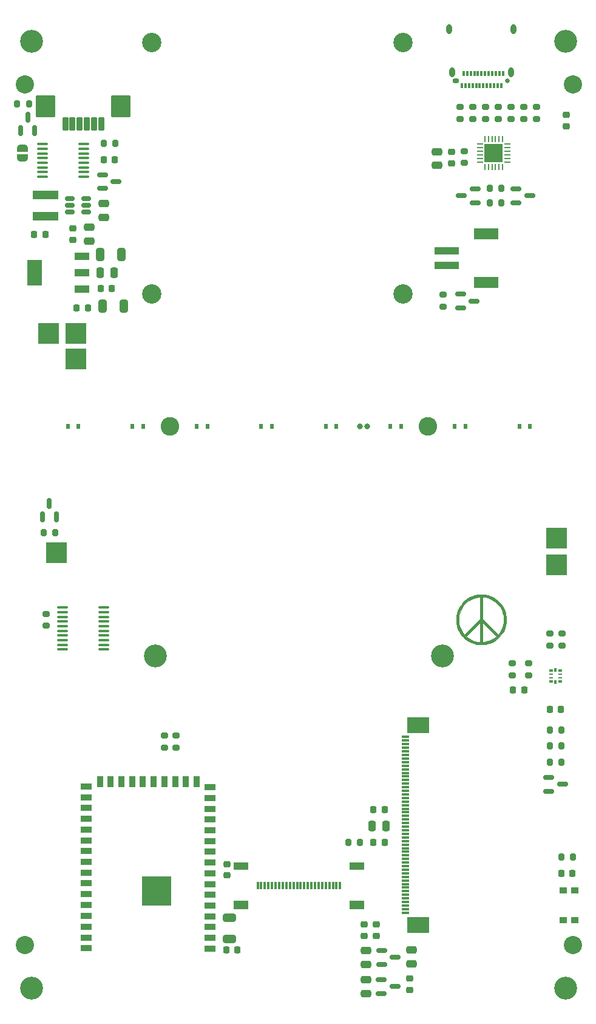
<source format=gbr>
G04 #@! TF.GenerationSoftware,KiCad,Pcbnew,6.0.11-2627ca5db0~126~ubuntu22.04.1*
G04 #@! TF.CreationDate,2025-05-27T11:10:10+02:00*
G04 #@! TF.ProjectId,qPocketPCR_Main,71506f63-6b65-4745-9043-525f4d61696e,rev?*
G04 #@! TF.SameCoordinates,Original*
G04 #@! TF.FileFunction,Soldermask,Top*
G04 #@! TF.FilePolarity,Negative*
%FSLAX46Y46*%
G04 Gerber Fmt 4.6, Leading zero omitted, Abs format (unit mm)*
G04 Created by KiCad (PCBNEW 6.0.11-2627ca5db0~126~ubuntu22.04.1) date 2025-05-27 11:10:10*
%MOMM*%
%LPD*%
G01*
G04 APERTURE LIST*
G04 Aperture macros list*
%AMRoundRect*
0 Rectangle with rounded corners*
0 $1 Rounding radius*
0 $2 $3 $4 $5 $6 $7 $8 $9 X,Y pos of 4 corners*
0 Add a 4 corners polygon primitive as box body*
4,1,4,$2,$3,$4,$5,$6,$7,$8,$9,$2,$3,0*
0 Add four circle primitives for the rounded corners*
1,1,$1+$1,$2,$3*
1,1,$1+$1,$4,$5*
1,1,$1+$1,$6,$7*
1,1,$1+$1,$8,$9*
0 Add four rect primitives between the rounded corners*
20,1,$1+$1,$2,$3,$4,$5,0*
20,1,$1+$1,$4,$5,$6,$7,0*
20,1,$1+$1,$6,$7,$8,$9,0*
20,1,$1+$1,$8,$9,$2,$3,0*%
%AMFreePoly0*
4,1,22,0.500000,-0.750000,0.000000,-0.750000,0.000000,-0.745033,-0.079941,-0.743568,-0.215256,-0.701293,-0.333266,-0.622738,-0.424486,-0.514219,-0.481581,-0.384460,-0.499164,-0.250000,-0.500000,-0.250000,-0.500000,0.250000,-0.499164,0.250000,-0.499963,0.256109,-0.478152,0.396186,-0.417904,0.524511,-0.324060,0.630769,-0.204165,0.706417,-0.067858,0.745374,0.000000,0.744959,0.000000,0.750000,
0.500000,0.750000,0.500000,-0.750000,0.500000,-0.750000,$1*%
%AMFreePoly1*
4,1,20,0.000000,0.744959,0.073905,0.744508,0.209726,0.703889,0.328688,0.626782,0.421226,0.519385,0.479903,0.390333,0.500000,0.250000,0.500000,-0.250000,0.499851,-0.262216,0.476331,-0.402017,0.414519,-0.529596,0.319384,-0.634700,0.198574,-0.708877,0.061801,-0.746166,0.000000,-0.745033,0.000000,-0.750000,-0.500000,-0.750000,-0.500000,0.750000,0.000000,0.750000,0.000000,0.744959,
0.000000,0.744959,$1*%
G04 Aperture macros list end*
%ADD10C,0.010000*%
%ADD11R,2.000000X1.300000*%
%ADD12R,0.300000X1.000000*%
%ADD13C,0.650000*%
%ADD14O,0.950000X0.650000*%
%ADD15R,0.300000X0.700000*%
%ADD16O,0.800000X1.400000*%
%ADD17R,1.100000X0.300000*%
%ADD18R,3.100000X2.300000*%
%ADD19RoundRect,0.150000X-0.587500X-0.150000X0.587500X-0.150000X0.587500X0.150000X-0.587500X0.150000X0*%
%ADD20R,0.500000X0.800000*%
%ADD21RoundRect,0.200000X-0.200000X-0.275000X0.200000X-0.275000X0.200000X0.275000X-0.200000X0.275000X0*%
%ADD22RoundRect,0.200000X0.275000X-0.200000X0.275000X0.200000X-0.275000X0.200000X-0.275000X-0.200000X0*%
%ADD23RoundRect,0.200000X0.200000X0.275000X-0.200000X0.275000X-0.200000X-0.275000X0.200000X-0.275000X0*%
%ADD24RoundRect,0.200000X-0.275000X0.200000X-0.275000X-0.200000X0.275000X-0.200000X0.275000X0.200000X0*%
%ADD25C,3.200000*%
%ADD26C,2.540000*%
%ADD27RoundRect,0.250000X-0.325000X-0.650000X0.325000X-0.650000X0.325000X0.650000X-0.325000X0.650000X0*%
%ADD28RoundRect,0.225000X-0.225000X-0.250000X0.225000X-0.250000X0.225000X0.250000X-0.225000X0.250000X0*%
%ADD29RoundRect,0.225000X-0.250000X0.225000X-0.250000X-0.225000X0.250000X-0.225000X0.250000X0.225000X0*%
%ADD30RoundRect,0.250000X-0.250000X-0.475000X0.250000X-0.475000X0.250000X0.475000X-0.250000X0.475000X0*%
%ADD31RoundRect,0.250000X0.475000X-0.250000X0.475000X0.250000X-0.475000X0.250000X-0.475000X-0.250000X0*%
%ADD32RoundRect,0.225000X0.225000X0.250000X-0.225000X0.250000X-0.225000X-0.250000X0.225000X-0.250000X0*%
%ADD33RoundRect,0.250000X-0.475000X0.250000X-0.475000X-0.250000X0.475000X-0.250000X0.475000X0.250000X0*%
%ADD34RoundRect,0.150000X0.150000X-0.587500X0.150000X0.587500X-0.150000X0.587500X-0.150000X-0.587500X0*%
%ADD35R,3.400000X1.500000*%
%ADD36R,3.500000X1.000000*%
%ADD37RoundRect,0.218750X0.256250X-0.218750X0.256250X0.218750X-0.256250X0.218750X-0.256250X-0.218750X0*%
%ADD38RoundRect,0.150000X0.587500X0.150000X-0.587500X0.150000X-0.587500X-0.150000X0.587500X-0.150000X0*%
%ADD39FreePoly0,90.000000*%
%ADD40FreePoly1,90.000000*%
%ADD41R,1.000000X0.900000*%
%ADD42R,3.000000X3.000000*%
%ADD43C,2.600000*%
%ADD44C,0.800000*%
%ADD45R,2.000000X1.000000*%
%ADD46RoundRect,0.250000X0.650000X-0.325000X0.650000X0.325000X-0.650000X0.325000X-0.650000X-0.325000X0*%
%ADD47RoundRect,0.100000X0.637500X0.100000X-0.637500X0.100000X-0.637500X-0.100000X0.637500X-0.100000X0*%
%ADD48R,1.500000X0.900000*%
%ADD49R,0.900000X1.500000*%
%ADD50R,4.100000X4.100000*%
%ADD51R,2.032000X1.016000*%
%ADD52R,2.032000X3.657600*%
%ADD53RoundRect,0.150000X0.512500X0.150000X-0.512500X0.150000X-0.512500X-0.150000X0.512500X-0.150000X0*%
%ADD54RoundRect,0.062500X-0.062500X0.350000X-0.062500X-0.350000X0.062500X-0.350000X0.062500X0.350000X0*%
%ADD55RoundRect,0.062500X-0.350000X0.062500X-0.350000X-0.062500X0.350000X-0.062500X0.350000X0.062500X0*%
%ADD56R,2.600000X2.600000*%
%ADD57R,0.575000X0.300000*%
%ADD58R,0.575000X0.250000*%
%ADD59R,0.350000X0.630000*%
%ADD60R,3.600000X1.150000*%
%ADD61RoundRect,0.102000X0.300000X0.850000X-0.300000X0.850000X-0.300000X-0.850000X0.300000X-0.850000X0*%
%ADD62RoundRect,0.102000X1.250000X1.400000X-1.250000X1.400000X-1.250000X-1.400000X1.250000X-1.400000X0*%
%ADD63RoundRect,0.100000X-0.637500X-0.100000X0.637500X-0.100000X0.637500X0.100000X-0.637500X0.100000X0*%
%ADD64C,2.700000*%
G04 APERTURE END LIST*
G36*
X122603726Y-116646801D02*
G01*
X122513591Y-116515565D01*
X122326523Y-116193256D01*
X122177958Y-115857590D01*
X122067404Y-115511688D01*
X121994368Y-115158668D01*
X121958357Y-114801652D01*
X121958734Y-114544029D01*
X122281910Y-114544029D01*
X122293571Y-114887511D01*
X122342818Y-115229619D01*
X122428151Y-115565069D01*
X122548069Y-115888576D01*
X122701073Y-116194853D01*
X122885662Y-116478616D01*
X122993787Y-116615704D01*
X123089055Y-116728759D01*
X124186436Y-115631531D01*
X125283817Y-114534302D01*
X125283817Y-114533998D01*
X125601317Y-114533998D01*
X127792067Y-116726906D01*
X127874078Y-116635944D01*
X127926836Y-116572609D01*
X127989639Y-116490250D01*
X128049804Y-116405561D01*
X128055720Y-116396816D01*
X128243528Y-116080943D01*
X128392470Y-115751386D01*
X128502213Y-115411137D01*
X128572425Y-115063185D01*
X128602773Y-114710523D01*
X128592924Y-114356140D01*
X128542546Y-114003028D01*
X128451306Y-113654177D01*
X128382186Y-113461662D01*
X128228618Y-113129098D01*
X128041755Y-112821298D01*
X127823829Y-112540011D01*
X127577073Y-112286984D01*
X127303722Y-112063964D01*
X127006008Y-111872699D01*
X126686164Y-111714937D01*
X126346424Y-111592425D01*
X125989022Y-111506911D01*
X125856924Y-111485585D01*
X125764156Y-111472695D01*
X125687067Y-111462400D01*
X125635237Y-111455954D01*
X125618799Y-111454399D01*
X125615948Y-111475012D01*
X125613241Y-111534636D01*
X125610717Y-111629947D01*
X125608413Y-111757625D01*
X125606366Y-111914346D01*
X125604615Y-112096787D01*
X125603197Y-112301627D01*
X125602150Y-112525543D01*
X125601511Y-112765212D01*
X125601317Y-112994199D01*
X125601317Y-114533998D01*
X125283817Y-114533998D01*
X125283817Y-112994199D01*
X125283583Y-112743221D01*
X125282906Y-112504821D01*
X125281824Y-112282473D01*
X125280374Y-112079499D01*
X125278595Y-111899222D01*
X125276524Y-111744965D01*
X125274199Y-111620048D01*
X125271657Y-111527795D01*
X125268936Y-111471528D01*
X125266335Y-111454399D01*
X125239262Y-111457204D01*
X125179867Y-111464783D01*
X125097731Y-111475882D01*
X125028210Y-111485585D01*
X124665054Y-111557382D01*
X124319680Y-111666442D01*
X123994120Y-111810732D01*
X123690406Y-111988220D01*
X123410571Y-112196874D01*
X123156646Y-112434662D01*
X122930663Y-112699552D01*
X122734654Y-112989511D01*
X122570653Y-113302509D01*
X122440690Y-113636511D01*
X122346798Y-113989487D01*
X122309336Y-114204459D01*
X122281910Y-114544029D01*
X121958734Y-114544029D01*
X121958881Y-114443759D01*
X121995445Y-114088108D01*
X122067558Y-113737820D01*
X122174727Y-113396014D01*
X122316460Y-113065809D01*
X122492264Y-112750327D01*
X122701647Y-112452686D01*
X122944117Y-112176006D01*
X123219181Y-111923408D01*
X123241234Y-111905422D01*
X123546985Y-111684537D01*
X123870113Y-111500661D01*
X124207439Y-111353795D01*
X124555786Y-111243937D01*
X124911977Y-111171088D01*
X125272833Y-111135249D01*
X125635178Y-111136418D01*
X125995833Y-111174596D01*
X126351622Y-111249783D01*
X126699367Y-111361979D01*
X127035890Y-111511184D01*
X127358014Y-111697398D01*
X127643900Y-111905422D01*
X127919442Y-112155120D01*
X128167039Y-112434547D01*
X128384193Y-112739598D01*
X128568404Y-113066168D01*
X128717173Y-113410153D01*
X128828000Y-113767448D01*
X128858429Y-113899985D01*
X128915829Y-114274704D01*
X128932677Y-114645936D01*
X128910589Y-115011205D01*
X128851183Y-115368032D01*
X128756076Y-115713936D01*
X128626885Y-116046441D01*
X128465229Y-116363067D01*
X128272724Y-116661335D01*
X128050989Y-116938768D01*
X127801639Y-117192885D01*
X127526294Y-117421208D01*
X127226569Y-117621259D01*
X126904083Y-117790559D01*
X126560453Y-117926629D01*
X126197297Y-118026991D01*
X126160300Y-118034899D01*
X126085226Y-118048394D01*
X125987149Y-118062986D01*
X125874787Y-118077722D01*
X125756855Y-118091648D01*
X125642072Y-118103811D01*
X125539154Y-118113256D01*
X125456819Y-118119031D01*
X125403784Y-118120183D01*
X125391868Y-118118954D01*
X125366696Y-118116109D01*
X125308709Y-118110731D01*
X125227293Y-118103666D01*
X125156817Y-118097793D01*
X124774978Y-118045858D01*
X124406951Y-117954485D01*
X124054787Y-117824900D01*
X123720538Y-117658333D01*
X123406256Y-117456011D01*
X123113992Y-117219163D01*
X122864958Y-116968316D01*
X123334466Y-116968316D01*
X123425433Y-117050327D01*
X123599788Y-117189068D01*
X123806571Y-117322718D01*
X124035880Y-117446197D01*
X124277808Y-117554426D01*
X124522453Y-117642325D01*
X124652631Y-117679661D01*
X124758583Y-117704423D01*
X124882399Y-117729212D01*
X125010075Y-117751608D01*
X125127604Y-117769188D01*
X125220981Y-117779531D01*
X125236192Y-117780556D01*
X125283817Y-117783233D01*
X125283817Y-116402194D01*
X125601317Y-116402194D01*
X125601577Y-116639704D01*
X125602329Y-116864298D01*
X125603528Y-117072468D01*
X125605130Y-117260706D01*
X125607090Y-117425504D01*
X125609364Y-117563353D01*
X125611907Y-117670745D01*
X125614675Y-117744172D01*
X125617624Y-117780125D01*
X125618799Y-117783233D01*
X125645872Y-117780427D01*
X125705266Y-117772848D01*
X125787403Y-117761750D01*
X125856924Y-117752047D01*
X126161649Y-117693611D01*
X126462237Y-117606481D01*
X126751326Y-117493881D01*
X127021549Y-117359036D01*
X127265543Y-117205171D01*
X127459701Y-117050327D01*
X127550668Y-116968316D01*
X126575992Y-115994735D01*
X125601317Y-115021155D01*
X125601317Y-116402194D01*
X125283817Y-116402194D01*
X125283817Y-115021155D01*
X124309141Y-115994735D01*
X123334466Y-116968316D01*
X122864958Y-116968316D01*
X122845798Y-116949017D01*
X122603726Y-116646801D01*
G37*
D10*
X122603726Y-116646801D02*
X122513591Y-116515565D01*
X122326523Y-116193256D01*
X122177958Y-115857590D01*
X122067404Y-115511688D01*
X121994368Y-115158668D01*
X121958357Y-114801652D01*
X121958734Y-114544029D01*
X122281910Y-114544029D01*
X122293571Y-114887511D01*
X122342818Y-115229619D01*
X122428151Y-115565069D01*
X122548069Y-115888576D01*
X122701073Y-116194853D01*
X122885662Y-116478616D01*
X122993787Y-116615704D01*
X123089055Y-116728759D01*
X124186436Y-115631531D01*
X125283817Y-114534302D01*
X125283817Y-114533998D01*
X125601317Y-114533998D01*
X127792067Y-116726906D01*
X127874078Y-116635944D01*
X127926836Y-116572609D01*
X127989639Y-116490250D01*
X128049804Y-116405561D01*
X128055720Y-116396816D01*
X128243528Y-116080943D01*
X128392470Y-115751386D01*
X128502213Y-115411137D01*
X128572425Y-115063185D01*
X128602773Y-114710523D01*
X128592924Y-114356140D01*
X128542546Y-114003028D01*
X128451306Y-113654177D01*
X128382186Y-113461662D01*
X128228618Y-113129098D01*
X128041755Y-112821298D01*
X127823829Y-112540011D01*
X127577073Y-112286984D01*
X127303722Y-112063964D01*
X127006008Y-111872699D01*
X126686164Y-111714937D01*
X126346424Y-111592425D01*
X125989022Y-111506911D01*
X125856924Y-111485585D01*
X125764156Y-111472695D01*
X125687067Y-111462400D01*
X125635237Y-111455954D01*
X125618799Y-111454399D01*
X125615948Y-111475012D01*
X125613241Y-111534636D01*
X125610717Y-111629947D01*
X125608413Y-111757625D01*
X125606366Y-111914346D01*
X125604615Y-112096787D01*
X125603197Y-112301627D01*
X125602150Y-112525543D01*
X125601511Y-112765212D01*
X125601317Y-112994199D01*
X125601317Y-114533998D01*
X125283817Y-114533998D01*
X125283817Y-112994199D01*
X125283583Y-112743221D01*
X125282906Y-112504821D01*
X125281824Y-112282473D01*
X125280374Y-112079499D01*
X125278595Y-111899222D01*
X125276524Y-111744965D01*
X125274199Y-111620048D01*
X125271657Y-111527795D01*
X125268936Y-111471528D01*
X125266335Y-111454399D01*
X125239262Y-111457204D01*
X125179867Y-111464783D01*
X125097731Y-111475882D01*
X125028210Y-111485585D01*
X124665054Y-111557382D01*
X124319680Y-111666442D01*
X123994120Y-111810732D01*
X123690406Y-111988220D01*
X123410571Y-112196874D01*
X123156646Y-112434662D01*
X122930663Y-112699552D01*
X122734654Y-112989511D01*
X122570653Y-113302509D01*
X122440690Y-113636511D01*
X122346798Y-113989487D01*
X122309336Y-114204459D01*
X122281910Y-114544029D01*
X121958734Y-114544029D01*
X121958881Y-114443759D01*
X121995445Y-114088108D01*
X122067558Y-113737820D01*
X122174727Y-113396014D01*
X122316460Y-113065809D01*
X122492264Y-112750327D01*
X122701647Y-112452686D01*
X122944117Y-112176006D01*
X123219181Y-111923408D01*
X123241234Y-111905422D01*
X123546985Y-111684537D01*
X123870113Y-111500661D01*
X124207439Y-111353795D01*
X124555786Y-111243937D01*
X124911977Y-111171088D01*
X125272833Y-111135249D01*
X125635178Y-111136418D01*
X125995833Y-111174596D01*
X126351622Y-111249783D01*
X126699367Y-111361979D01*
X127035890Y-111511184D01*
X127358014Y-111697398D01*
X127643900Y-111905422D01*
X127919442Y-112155120D01*
X128167039Y-112434547D01*
X128384193Y-112739598D01*
X128568404Y-113066168D01*
X128717173Y-113410153D01*
X128828000Y-113767448D01*
X128858429Y-113899985D01*
X128915829Y-114274704D01*
X128932677Y-114645936D01*
X128910589Y-115011205D01*
X128851183Y-115368032D01*
X128756076Y-115713936D01*
X128626885Y-116046441D01*
X128465229Y-116363067D01*
X128272724Y-116661335D01*
X128050989Y-116938768D01*
X127801639Y-117192885D01*
X127526294Y-117421208D01*
X127226569Y-117621259D01*
X126904083Y-117790559D01*
X126560453Y-117926629D01*
X126197297Y-118026991D01*
X126160300Y-118034899D01*
X126085226Y-118048394D01*
X125987149Y-118062986D01*
X125874787Y-118077722D01*
X125756855Y-118091648D01*
X125642072Y-118103811D01*
X125539154Y-118113256D01*
X125456819Y-118119031D01*
X125403784Y-118120183D01*
X125391868Y-118118954D01*
X125366696Y-118116109D01*
X125308709Y-118110731D01*
X125227293Y-118103666D01*
X125156817Y-118097793D01*
X124774978Y-118045858D01*
X124406951Y-117954485D01*
X124054787Y-117824900D01*
X123720538Y-117658333D01*
X123406256Y-117456011D01*
X123113992Y-117219163D01*
X122864958Y-116968316D01*
X123334466Y-116968316D01*
X123425433Y-117050327D01*
X123599788Y-117189068D01*
X123806571Y-117322718D01*
X124035880Y-117446197D01*
X124277808Y-117554426D01*
X124522453Y-117642325D01*
X124652631Y-117679661D01*
X124758583Y-117704423D01*
X124882399Y-117729212D01*
X125010075Y-117751608D01*
X125127604Y-117769188D01*
X125220981Y-117779531D01*
X125236192Y-117780556D01*
X125283817Y-117783233D01*
X125283817Y-116402194D01*
X125601317Y-116402194D01*
X125601577Y-116639704D01*
X125602329Y-116864298D01*
X125603528Y-117072468D01*
X125605130Y-117260706D01*
X125607090Y-117425504D01*
X125609364Y-117563353D01*
X125611907Y-117670745D01*
X125614675Y-117744172D01*
X125617624Y-117780125D01*
X125618799Y-117783233D01*
X125645872Y-117780427D01*
X125705266Y-117772848D01*
X125787403Y-117761750D01*
X125856924Y-117752047D01*
X126161649Y-117693611D01*
X126462237Y-117606481D01*
X126751326Y-117493881D01*
X127021549Y-117359036D01*
X127265543Y-117205171D01*
X127459701Y-117050327D01*
X127550668Y-116968316D01*
X126575992Y-115994735D01*
X125601317Y-115021155D01*
X125601317Y-116402194D01*
X125283817Y-116402194D01*
X125283817Y-115021155D01*
X124309141Y-115994735D01*
X123334466Y-116968316D01*
X122864958Y-116968316D01*
X122845798Y-116949017D01*
X122603726Y-116646801D01*
D11*
X108050000Y-154389000D03*
X91950000Y-154389000D03*
D12*
X105750000Y-151689000D03*
X105250000Y-151689000D03*
X104750000Y-151689000D03*
X104250000Y-151689000D03*
X103750000Y-151689000D03*
X103250000Y-151689000D03*
X102750000Y-151689000D03*
X102250000Y-151689000D03*
X101750000Y-151689000D03*
X101250000Y-151689000D03*
X100750000Y-151689000D03*
X100250000Y-151689000D03*
X99750000Y-151689000D03*
X99250000Y-151689000D03*
X98750000Y-151689000D03*
X98250000Y-151689000D03*
X97750000Y-151689000D03*
X97250000Y-151689000D03*
X96750000Y-151689000D03*
X96250000Y-151689000D03*
X95750000Y-151689000D03*
X95250000Y-151689000D03*
X94750000Y-151689000D03*
X94250000Y-151689000D03*
D13*
X129080000Y-39550000D03*
D14*
X121880000Y-39550000D03*
D15*
X128230000Y-40210000D03*
X127730000Y-40210000D03*
X127230000Y-40210000D03*
X126730000Y-40210000D03*
X126230000Y-40210000D03*
X125730000Y-40210000D03*
X125230000Y-40210000D03*
X124730000Y-40210000D03*
X124230000Y-40210000D03*
X123730000Y-40210000D03*
X123230000Y-40210000D03*
X122730000Y-40210000D03*
X122980000Y-38510000D03*
X123480000Y-38510000D03*
X123980000Y-38510000D03*
X124480000Y-38510000D03*
X124980000Y-38510000D03*
X125480000Y-38510000D03*
X125980000Y-38510000D03*
X126480000Y-38510000D03*
X126980000Y-38510000D03*
X127480000Y-38510000D03*
X127980000Y-38510000D03*
X128480000Y-38510000D03*
D16*
X120990000Y-32350000D03*
X121350000Y-38300000D03*
X129610000Y-38300000D03*
X129970000Y-32350000D03*
D17*
X114900000Y-130990000D03*
X114900000Y-131490000D03*
X114900000Y-131990000D03*
X114900000Y-132490000D03*
X114900000Y-132990000D03*
X114900000Y-133490000D03*
X114900000Y-133990000D03*
X114900000Y-134490000D03*
X114900000Y-134990000D03*
X114900000Y-135490000D03*
X114900000Y-135990000D03*
X114900000Y-136490000D03*
X114900000Y-136990000D03*
X114900000Y-137490000D03*
X114900000Y-137990000D03*
X114900000Y-138490000D03*
X114900000Y-138990000D03*
X114900000Y-139490000D03*
X114900000Y-139990000D03*
X114900000Y-140490000D03*
X114900000Y-140990000D03*
X114900000Y-141490000D03*
X114900000Y-141990000D03*
X114900000Y-142490000D03*
X114900000Y-142990000D03*
X114900000Y-143490000D03*
X114900000Y-143990000D03*
X114900000Y-144490000D03*
X114900000Y-144990000D03*
X114900000Y-145490000D03*
X114900000Y-145990000D03*
X114900000Y-146490000D03*
X114900000Y-146990000D03*
X114900000Y-147490000D03*
X114900000Y-147990000D03*
X114900000Y-148490000D03*
X114900000Y-148990000D03*
X114900000Y-149490000D03*
X114900000Y-149990000D03*
X114900000Y-150490000D03*
X114900000Y-150990000D03*
X114900000Y-151490000D03*
X114900000Y-151990000D03*
X114900000Y-152490000D03*
X114900000Y-152990000D03*
X114900000Y-153490000D03*
X114900000Y-153990000D03*
X114900000Y-154490000D03*
X114900000Y-154990000D03*
X114900000Y-155490000D03*
D18*
X116600000Y-157160000D03*
X116600000Y-129320000D03*
D19*
X111508500Y-164833500D03*
X111508500Y-166733500D03*
X113383500Y-165783500D03*
D20*
X69250000Y-87698074D03*
X67750000Y-87698074D03*
X78250000Y-87698074D03*
X76750000Y-87698074D03*
X87250000Y-87698074D03*
X85750000Y-87698074D03*
X96250000Y-87698074D03*
X94750000Y-87698074D03*
X105250000Y-87698074D03*
X103750000Y-87698074D03*
X123250000Y-87698074D03*
X121750000Y-87698074D03*
X114250000Y-87698074D03*
X112750000Y-87698074D03*
D21*
X106896600Y-145720000D03*
X108546600Y-145720000D03*
D22*
X82880400Y-132461200D03*
X82880400Y-130811200D03*
X133147000Y-44818000D03*
X133147000Y-43168000D03*
D23*
X136639000Y-130025001D03*
X134989000Y-130025001D03*
X136639000Y-132258000D03*
X134989000Y-132258000D03*
X136639000Y-134544000D03*
X134989000Y-134544000D03*
D24*
X124257000Y-43168000D03*
X124257000Y-44818000D03*
D22*
X131369000Y-44818000D03*
X131369000Y-43168000D03*
D21*
X72747234Y-48269483D03*
X74397234Y-48269483D03*
D24*
X129591000Y-43168000D03*
X129591000Y-44818000D03*
D19*
X111524500Y-160769500D03*
X111524500Y-162669500D03*
X113399500Y-161719500D03*
D25*
X62750000Y-34000000D03*
X137250000Y-34000000D03*
X62750000Y-166000000D03*
X137250000Y-166000000D03*
X79967671Y-119703353D03*
X120003581Y-119703353D03*
D24*
X129768800Y-120726400D03*
X129768800Y-122376400D03*
X132054800Y-120726400D03*
X132054800Y-122376400D03*
D26*
X61750000Y-40000000D03*
X138250000Y-40000000D03*
X138250000Y-160000000D03*
X61750000Y-160000000D03*
D27*
X72284984Y-63751733D03*
X75234984Y-63751733D03*
D28*
X89877800Y-160706000D03*
X91427800Y-160706000D03*
D29*
X115494000Y-164676000D03*
X115494000Y-166226000D03*
D30*
X72301984Y-66291733D03*
X74201984Y-66291733D03*
D28*
X63078984Y-60954483D03*
X64628984Y-60954483D03*
D29*
X89992400Y-148704200D03*
X89992400Y-150254200D03*
D31*
X115684500Y-162606000D03*
X115684500Y-160706000D03*
X109398000Y-162672000D03*
X109398000Y-160772000D03*
X109398000Y-166733500D03*
X109398000Y-164833500D03*
D32*
X138180984Y-150038000D03*
X136630984Y-150038000D03*
D29*
X110795000Y-157137000D03*
X110795000Y-158687000D03*
D28*
X129882800Y-124472400D03*
X131432800Y-124472400D03*
X68999000Y-71139250D03*
X70549000Y-71139250D03*
D29*
X121336000Y-49441000D03*
X121336000Y-50991000D03*
D28*
X110401000Y-141148000D03*
X111951000Y-141148000D03*
D30*
X110226000Y-143434000D03*
X112126000Y-143434000D03*
D28*
X110401000Y-145720000D03*
X111951000Y-145720000D03*
X72349984Y-68482483D03*
X73899984Y-68482483D03*
D33*
X72743984Y-56623983D03*
X72743984Y-58523983D03*
D34*
X61211984Y-46465733D03*
X63111984Y-46465733D03*
X62161984Y-44590733D03*
D19*
X122562500Y-69266000D03*
X122562500Y-71166000D03*
X124437500Y-70216000D03*
D34*
X64252000Y-100302500D03*
X66152000Y-100302500D03*
X65202000Y-98427500D03*
D19*
X134876500Y-136642000D03*
X134876500Y-138542000D03*
X136751500Y-137592000D03*
D35*
X126162000Y-60884000D03*
X126162000Y-67584000D03*
D36*
X120612000Y-65234000D03*
X120612000Y-63234000D03*
D37*
X137338000Y-45860500D03*
X137338000Y-44285500D03*
D24*
X127813000Y-43168000D03*
X127813000Y-44818000D03*
D21*
X126607000Y-56566000D03*
X128257000Y-56566000D03*
D38*
X124559500Y-56500000D03*
X124559500Y-54600000D03*
X122684500Y-55550000D03*
D19*
X130304500Y-54600000D03*
X130304500Y-56500000D03*
X132179500Y-55550000D03*
D39*
X61415584Y-50225283D03*
D40*
X61415584Y-48925283D03*
D41*
X138497984Y-152400000D03*
X138497984Y-156500000D03*
X136897984Y-156500000D03*
X136897984Y-152400000D03*
D42*
X135941000Y-103302000D03*
X135941000Y-106985000D03*
X68885000Y-74727000D03*
X65075000Y-74727000D03*
D43*
X118000000Y-87698074D03*
X82000000Y-87698074D03*
D44*
X109500000Y-87698074D03*
X108500000Y-87698074D03*
D21*
X126607000Y-54534000D03*
X128257000Y-54534000D03*
D24*
X81229400Y-130811200D03*
X81229400Y-132461200D03*
D29*
X109144000Y-157137000D03*
X109144000Y-158687000D03*
D21*
X136580984Y-147752000D03*
X138230984Y-147752000D03*
D19*
X72613968Y-52634716D03*
X72613968Y-54534716D03*
X74488968Y-53584716D03*
D32*
X74347234Y-50555483D03*
X72797234Y-50555483D03*
D42*
X68885000Y-78283000D03*
X66211984Y-105328233D03*
D33*
X119304000Y-49393000D03*
X119304000Y-51293000D03*
D45*
X91942000Y-149022000D03*
X108052000Y-149022000D03*
D46*
X90348000Y-159133000D03*
X90348000Y-156183000D03*
D27*
X72617000Y-70885250D03*
X75567000Y-70885250D03*
D47*
X69986734Y-52886483D03*
X69986734Y-52236483D03*
X69986734Y-51586483D03*
X69986734Y-50936483D03*
X69986734Y-50286483D03*
X69986734Y-49636483D03*
X69986734Y-48986483D03*
X69986734Y-48336483D03*
X64261734Y-48336483D03*
X64261734Y-48986483D03*
X64261734Y-49636483D03*
X64261734Y-50286483D03*
X64261734Y-50936483D03*
X64261734Y-51586483D03*
X64261734Y-52236483D03*
X64261734Y-52886483D03*
D28*
X134988200Y-127139400D03*
X136538200Y-127139400D03*
D20*
X132250000Y-87698074D03*
X130750000Y-87698074D03*
D48*
X87617000Y-160490000D03*
X87617000Y-158990000D03*
X87617000Y-157490000D03*
X87617000Y-155990000D03*
X87617000Y-154490000D03*
X87617000Y-152990000D03*
X87617000Y-151490000D03*
X87617000Y-149990000D03*
X87617000Y-148490000D03*
X87617000Y-146990000D03*
X87617000Y-145490000D03*
X87617000Y-143990000D03*
X87617000Y-142490000D03*
X87617000Y-140990000D03*
X87617000Y-139490000D03*
X87617000Y-137990000D03*
D49*
X85742000Y-137240000D03*
X84242000Y-137240000D03*
X82742000Y-137240000D03*
X81242000Y-137240000D03*
X79742000Y-137240000D03*
X78242000Y-137240000D03*
X76742000Y-137240000D03*
X75242000Y-137240000D03*
X73742000Y-137240000D03*
X72242000Y-137240000D03*
D48*
X70367000Y-137890000D03*
X70367000Y-139390000D03*
X70367000Y-140890000D03*
X70367000Y-142390000D03*
X70367000Y-143890000D03*
X70367000Y-145390000D03*
X70367000Y-146890000D03*
X70367000Y-148390000D03*
X70367000Y-149890000D03*
X70367000Y-151390000D03*
X70367000Y-152890000D03*
X70367000Y-154390000D03*
X70367000Y-155890000D03*
X70367000Y-157490000D03*
X70367000Y-158990000D03*
X70367000Y-160390000D03*
D50*
X80182000Y-152450000D03*
D51*
X69695984Y-68577733D03*
D52*
X63091984Y-66291733D03*
D51*
X69695984Y-66291733D03*
X69695984Y-64005733D03*
D53*
X70325484Y-57840483D03*
X70325484Y-56890483D03*
X70325484Y-55940483D03*
X68050484Y-55940483D03*
X68050484Y-56890483D03*
X68050484Y-57840483D03*
D23*
X66036984Y-102528233D03*
X64386984Y-102528233D03*
D54*
X128428000Y-47643500D03*
X127928000Y-47643500D03*
X127428000Y-47643500D03*
X126928000Y-47643500D03*
X126428000Y-47643500D03*
X125928000Y-47643500D03*
D55*
X125240500Y-48331000D03*
X125240500Y-48831000D03*
X125240500Y-49331000D03*
X125240500Y-49831000D03*
X125240500Y-50331000D03*
X125240500Y-50831000D03*
D54*
X125928000Y-51518500D03*
X126428000Y-51518500D03*
X126928000Y-51518500D03*
X127428000Y-51518500D03*
X127928000Y-51518500D03*
X128428000Y-51518500D03*
D55*
X129115500Y-50831000D03*
X129115500Y-50331000D03*
X129115500Y-49831000D03*
X129115500Y-49331000D03*
X129115500Y-48831000D03*
X129115500Y-48331000D03*
D56*
X127178000Y-49581000D03*
D57*
X136451500Y-123215800D03*
D58*
X136451500Y-122715800D03*
X136451500Y-122215800D03*
D57*
X136451500Y-121715800D03*
D59*
X135814000Y-121605800D03*
D57*
X135176500Y-121715800D03*
D58*
X135176500Y-122215800D03*
X135176500Y-122715800D03*
D57*
X135176500Y-123215800D03*
D59*
X135814000Y-123325800D03*
D23*
X62336984Y-42728233D03*
X60686984Y-42728233D03*
D60*
X64615984Y-55415483D03*
X64615984Y-58365483D03*
D33*
X70711984Y-59938483D03*
X70711984Y-61838483D03*
D29*
X68425984Y-60113483D03*
X68425984Y-61663483D03*
D22*
X120111984Y-70978233D03*
X120111984Y-69328233D03*
D24*
X135052000Y-116573000D03*
X135052000Y-118223000D03*
D61*
X67411984Y-45508233D03*
X68411984Y-45508233D03*
X69411984Y-45508233D03*
X70411984Y-45508233D03*
X71411984Y-45508233D03*
X72411984Y-45508233D03*
D62*
X64661984Y-43058233D03*
X75161984Y-43058233D03*
D22*
X123114000Y-50978000D03*
X123114000Y-49328000D03*
X64705984Y-115477233D03*
X64705984Y-113827233D03*
D63*
X67050484Y-112934233D03*
X67050484Y-113584233D03*
X67050484Y-114234233D03*
X67050484Y-114884233D03*
X67050484Y-115534233D03*
X67050484Y-116184233D03*
X67050484Y-116834233D03*
X67050484Y-117484233D03*
X67050484Y-118134233D03*
X67050484Y-118784233D03*
X72775484Y-118784233D03*
X72775484Y-118134233D03*
X72775484Y-117484233D03*
X72775484Y-116834233D03*
X72775484Y-116184233D03*
X72775484Y-115534233D03*
X72775484Y-114884233D03*
X72775484Y-114234233D03*
X72775484Y-113584233D03*
X72775484Y-112934233D03*
D22*
X136728400Y-118223000D03*
X136728400Y-116573000D03*
D64*
X114500000Y-34192091D03*
X79500000Y-69192091D03*
X114500000Y-69192091D03*
X79500000Y-34192091D03*
D24*
X126035000Y-43168000D03*
X126035000Y-44818000D03*
X122479000Y-43168000D03*
X122479000Y-44818000D03*
M02*

</source>
